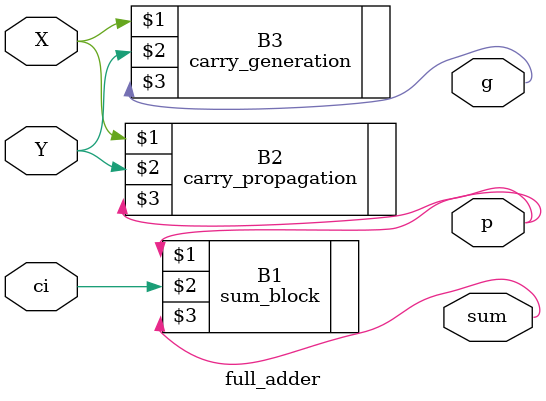
<source format=v>
`timescale 1ns / 1ps


module full_adder(
X, Y, p , g , ci , sum 
    );
    output  p ;
    output  g;
    input ci ;
    input  X;
    input  Y;
    output sum;
    sum_block B1(p ,  ci ,  sum     );
     carry_propagation B2( X, Y,  p);
      carry_generation B3 ( X ,  Y,   g    );
      
endmodule

</source>
